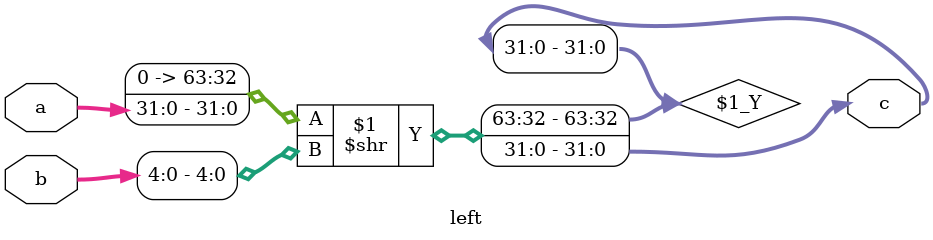
<source format=v>
/* verilator lint_off WIDTHTRUNC */
/* verilator lint_off EOFNEWLINE */
/* verilator lint_off UNUSEDSIGNAL */
module left(
	input [31:0] a,
	input [31:0] b,
	output [31:0] c
);

assign c = {32'b0, a} >> b[4:0];

endmodule

</source>
